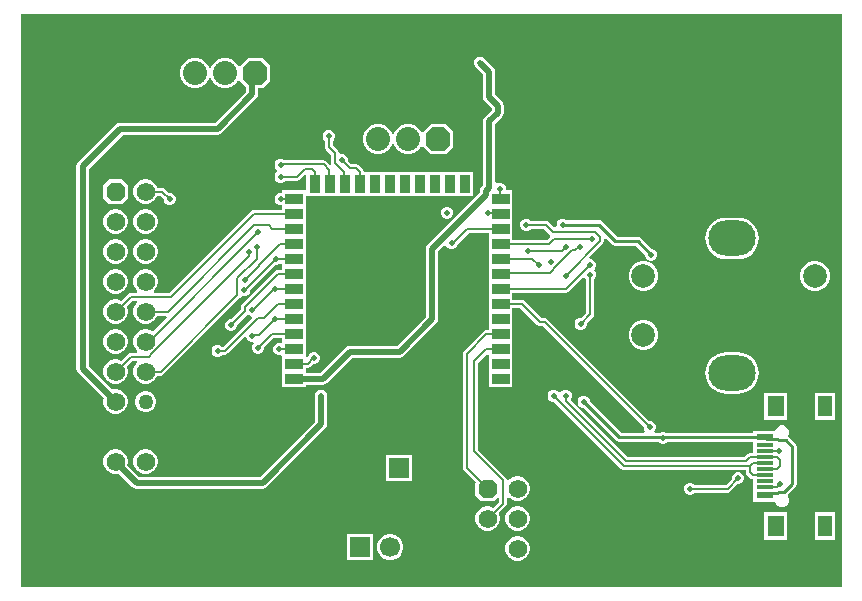
<source format=gbl>
G04*
G04 #@! TF.GenerationSoftware,Altium Limited,Altium Designer,24.3.1 (35)*
G04*
G04 Layer_Physical_Order=2*
G04 Layer_Color=16711680*
%FSLAX44Y44*%
%MOMM*%
G71*
G04*
G04 #@! TF.SameCoordinates,F933E494-0B61-492B-8715-CC6E50B89988*
G04*
G04*
G04 #@! TF.FilePolarity,Positive*
G04*
G01*
G75*
%ADD17C,0.1524*%
%ADD58C,0.5080*%
%ADD59C,0.2540*%
G04:AMPARAMS|DCode=60|XSize=2.032mm|YSize=2.032mm|CornerRadius=0mm|HoleSize=0mm|Usage=FLASHONLY|Rotation=180.000|XOffset=0mm|YOffset=0mm|HoleType=Round|Shape=Octagon|*
%AMOCTAGOND60*
4,1,8,-1.0160,0.5080,-1.0160,-0.5080,-0.5080,-1.0160,0.5080,-1.0160,1.0160,-0.5080,1.0160,0.5080,0.5080,1.0160,-0.5080,1.0160,-1.0160,0.5080,0.0*
%
%ADD60OCTAGOND60*%

%ADD61C,2.0320*%
%ADD62C,1.5748*%
%ADD63C,1.2700*%
G04:AMPARAMS|DCode=64|XSize=1.5748mm|YSize=1.5748mm|CornerRadius=0mm|HoleSize=0mm|Usage=FLASHONLY|Rotation=270.000|XOffset=0mm|YOffset=0mm|HoleType=Round|Shape=Octagon|*
%AMOCTAGOND64*
4,1,8,-0.3937,-0.7874,0.3937,-0.7874,0.7874,-0.3937,0.7874,0.3937,0.3937,0.7874,-0.3937,0.7874,-0.7874,0.3937,-0.7874,-0.3937,-0.3937,-0.7874,0.0*
%
%ADD64OCTAGOND64*%

%ADD65O,4.0000X3.0000*%
%ADD66C,2.0000*%
%ADD67C,4.0640*%
%ADD68C,1.7000*%
%ADD69R,1.7000X1.7000*%
%ADD70C,3.2000*%
%ADD71C,5.0000*%
%ADD72C,0.5080*%
%ADD73C,0.4572*%
%ADD74R,1.4500X0.6000*%
%ADD75R,1.4500X0.3000*%
%ADD76R,1.4500X1.8000*%
%ADD77R,1.2000X1.8000*%
%ADD78R,0.9000X0.9000*%
%ADD79R,1.5000X0.9000*%
%ADD80R,0.9000X1.5000*%
G36*
X669733Y-25843D02*
X-25843D01*
Y458913D01*
X669733D01*
X669733Y-25843D01*
D02*
G37*
%LPC*%
G36*
X179070Y421640D02*
X166370D01*
X160020Y415290D01*
X158496Y414983D01*
X157483Y416738D01*
X155118Y419103D01*
X152222Y420774D01*
X148992Y421640D01*
X145648D01*
X142418Y420774D01*
X139522Y419103D01*
X137157Y416738D01*
X135485Y413842D01*
X135382Y413456D01*
X133858D01*
X133755Y413842D01*
X132083Y416738D01*
X129718Y419103D01*
X126822Y420774D01*
X123592Y421640D01*
X120248D01*
X117018Y420774D01*
X114122Y419103D01*
X111757Y416738D01*
X110085Y413842D01*
X109220Y410612D01*
Y407268D01*
X110085Y404038D01*
X111757Y401142D01*
X114122Y398778D01*
X117018Y397105D01*
X120248Y396240D01*
X123592D01*
X126822Y397105D01*
X129718Y398778D01*
X132083Y401142D01*
X133755Y404038D01*
X133858Y404424D01*
X135382D01*
X135485Y404038D01*
X137157Y401142D01*
X139522Y398778D01*
X142418Y397105D01*
X145648Y396240D01*
X148992D01*
X152222Y397105D01*
X155118Y398778D01*
X157483Y401142D01*
X158496Y402897D01*
X160020Y402590D01*
X165000Y397609D01*
Y393305D01*
X138825Y367130D01*
X58420D01*
X56438Y366735D01*
X54757Y365612D01*
X23008Y333862D01*
X21885Y332182D01*
X21490Y330200D01*
Y158750D01*
X21885Y156768D01*
X23008Y155087D01*
X44559Y133536D01*
X44196Y132181D01*
Y129439D01*
X44906Y126790D01*
X46277Y124416D01*
X48216Y122477D01*
X50590Y121106D01*
X53239Y120396D01*
X55981D01*
X58630Y121106D01*
X61004Y122477D01*
X62943Y124416D01*
X64314Y126790D01*
X65024Y129439D01*
Y132181D01*
X64314Y134830D01*
X62943Y137204D01*
X61004Y139143D01*
X58630Y140514D01*
X55981Y141224D01*
X53239D01*
X51884Y140861D01*
X31850Y160895D01*
Y328055D01*
X60565Y356771D01*
X140970D01*
X142952Y357165D01*
X144633Y358288D01*
X173843Y387497D01*
X174965Y389178D01*
X175359Y391160D01*
X175359Y391160D01*
Y396240D01*
X179070D01*
X185420Y402590D01*
Y415290D01*
X179070Y421640D01*
D02*
G37*
G36*
X334010Y365760D02*
X321310D01*
X314960Y359410D01*
X313436Y359103D01*
X312423Y360858D01*
X310058Y363223D01*
X307162Y364894D01*
X303932Y365760D01*
X300588D01*
X297358Y364894D01*
X294462Y363223D01*
X292097Y360858D01*
X290425Y357962D01*
X290322Y357576D01*
X288798D01*
X288694Y357962D01*
X287022Y360858D01*
X284658Y363223D01*
X281762Y364894D01*
X278532Y365760D01*
X275188D01*
X271958Y364894D01*
X269062Y363223D01*
X266698Y360858D01*
X265026Y357962D01*
X264160Y354732D01*
Y351388D01*
X265026Y348158D01*
X266698Y345262D01*
X269062Y342897D01*
X271958Y341226D01*
X275188Y340360D01*
X278532D01*
X281762Y341226D01*
X284658Y342897D01*
X287022Y345262D01*
X288694Y348158D01*
X288798Y348544D01*
X290322D01*
X290425Y348158D01*
X292097Y345262D01*
X294462Y342897D01*
X297358Y341226D01*
X300588Y340360D01*
X303932D01*
X307162Y341226D01*
X310058Y342897D01*
X312423Y345262D01*
X313436Y347017D01*
X314960Y346710D01*
X321310Y340360D01*
X334010D01*
X340360Y346710D01*
Y359410D01*
X334010Y365760D01*
D02*
G37*
G36*
X59817Y319024D02*
X49403D01*
X44196Y313817D01*
Y303403D01*
X49403Y298196D01*
X59817D01*
X65024Y303403D01*
Y313817D01*
X59817Y319024D01*
D02*
G37*
G36*
X81381D02*
X78639D01*
X75990Y318314D01*
X73616Y316943D01*
X71677Y315004D01*
X70306Y312630D01*
X69596Y309981D01*
Y307239D01*
X70306Y304590D01*
X71677Y302216D01*
X73616Y300277D01*
X75990Y298906D01*
X78639Y298196D01*
X81381D01*
X84030Y298906D01*
X86404Y300277D01*
X88343Y302216D01*
X89714Y304590D01*
X89889Y305243D01*
X92585D01*
X95250Y302579D01*
Y301250D01*
X96023Y299382D01*
X97452Y297953D01*
X99319Y297180D01*
X101341D01*
X103208Y297953D01*
X104637Y299382D01*
X105410Y301250D01*
Y303270D01*
X104637Y305138D01*
X103208Y306567D01*
X101341Y307340D01*
X100011D01*
X96361Y310991D01*
X95268Y311720D01*
X93980Y311977D01*
X89889D01*
X89714Y312630D01*
X88343Y315004D01*
X86404Y316943D01*
X84030Y318314D01*
X81381Y319024D01*
D02*
G37*
G36*
X336291Y295910D02*
X334269D01*
X332402Y295137D01*
X330973Y293708D01*
X330200Y291840D01*
Y289820D01*
X330973Y287952D01*
X332402Y286523D01*
X334269Y285750D01*
X336291D01*
X338158Y286523D01*
X339587Y287952D01*
X340360Y289820D01*
Y291840D01*
X339587Y293708D01*
X338158Y295137D01*
X336291Y295910D01*
D02*
G37*
G36*
X81381Y293624D02*
X78639D01*
X75990Y292914D01*
X73616Y291543D01*
X71677Y289604D01*
X70306Y287230D01*
X69596Y284581D01*
Y281839D01*
X70306Y279190D01*
X71677Y276816D01*
X73616Y274877D01*
X75990Y273506D01*
X78639Y272796D01*
X81381D01*
X84030Y273506D01*
X86404Y274877D01*
X88343Y276816D01*
X89714Y279190D01*
X90424Y281839D01*
Y284581D01*
X89714Y287230D01*
X88343Y289604D01*
X86404Y291543D01*
X84030Y292914D01*
X81381Y293624D01*
D02*
G37*
G36*
X55981D02*
X53239D01*
X50590Y292914D01*
X48216Y291543D01*
X46277Y289604D01*
X44906Y287230D01*
X44196Y284581D01*
Y281839D01*
X44906Y279190D01*
X46277Y276816D01*
X48216Y274877D01*
X50590Y273506D01*
X53239Y272796D01*
X55981D01*
X58630Y273506D01*
X61004Y274877D01*
X62943Y276816D01*
X64314Y279190D01*
X65024Y281839D01*
Y284581D01*
X64314Y287230D01*
X62943Y289604D01*
X61004Y291543D01*
X58630Y292914D01*
X55981Y293624D01*
D02*
G37*
G36*
X581580Y286715D02*
X571580D01*
X568142Y286376D01*
X564835Y285373D01*
X561788Y283745D01*
X559117Y281553D01*
X556926Y278882D01*
X555297Y275835D01*
X554294Y272528D01*
X553955Y269090D01*
X554294Y265651D01*
X555297Y262345D01*
X556926Y259298D01*
X559117Y256627D01*
X561788Y254436D01*
X564835Y252807D01*
X568142Y251804D01*
X571580Y251465D01*
X581580D01*
X585018Y251804D01*
X588325Y252807D01*
X591372Y254436D01*
X594043Y256627D01*
X596235Y259298D01*
X597863Y262345D01*
X598866Y265651D01*
X599205Y269090D01*
X598866Y272528D01*
X597863Y275835D01*
X596235Y278882D01*
X594043Y281553D01*
X591372Y283745D01*
X588325Y285373D01*
X585018Y286376D01*
X581580Y286715D01*
D02*
G37*
G36*
X81381Y268224D02*
X78639D01*
X75990Y267514D01*
X73616Y266143D01*
X71677Y264204D01*
X70306Y261830D01*
X69596Y259181D01*
Y256439D01*
X70306Y253790D01*
X71677Y251416D01*
X73616Y249477D01*
X75990Y248106D01*
X78639Y247396D01*
X81381D01*
X84030Y248106D01*
X86404Y249477D01*
X88343Y251416D01*
X89714Y253790D01*
X90424Y256439D01*
Y259181D01*
X89714Y261830D01*
X88343Y264204D01*
X86404Y266143D01*
X84030Y267514D01*
X81381Y268224D01*
D02*
G37*
G36*
X55981D02*
X53239D01*
X50590Y267514D01*
X48216Y266143D01*
X46277Y264204D01*
X44906Y261830D01*
X44196Y259181D01*
Y256439D01*
X44906Y253790D01*
X46277Y251416D01*
X48216Y249477D01*
X50590Y248106D01*
X53239Y247396D01*
X55981D01*
X58630Y248106D01*
X61004Y249477D01*
X62943Y251416D01*
X64314Y253790D01*
X65024Y256439D01*
Y259181D01*
X64314Y261830D01*
X62943Y264204D01*
X61004Y266143D01*
X58630Y267514D01*
X55981Y268224D01*
D02*
G37*
G36*
X648231Y249630D02*
X644929D01*
X641740Y248775D01*
X638880Y247125D01*
X636545Y244790D01*
X634895Y241930D01*
X634040Y238741D01*
Y235439D01*
X634895Y232250D01*
X636545Y229390D01*
X638880Y227055D01*
X641740Y225405D01*
X644929Y224550D01*
X648231D01*
X651420Y225405D01*
X654280Y227055D01*
X656615Y229390D01*
X658265Y232250D01*
X659120Y235439D01*
Y238741D01*
X658265Y241930D01*
X656615Y244790D01*
X654280Y247125D01*
X651420Y248775D01*
X648231Y249630D01*
D02*
G37*
G36*
X503231D02*
X499929D01*
X496740Y248775D01*
X493880Y247125D01*
X491545Y244790D01*
X489895Y241930D01*
X489040Y238741D01*
Y235439D01*
X489895Y232250D01*
X491545Y229390D01*
X493880Y227055D01*
X496740Y225405D01*
X499929Y224550D01*
X503231D01*
X506420Y225405D01*
X509280Y227055D01*
X511614Y229390D01*
X513265Y232250D01*
X514120Y235439D01*
Y238741D01*
X513265Y241930D01*
X511614Y244790D01*
X509280Y247125D01*
X506420Y248775D01*
X503231Y249630D01*
D02*
G37*
G36*
X55981Y242824D02*
X53239D01*
X50590Y242114D01*
X48216Y240743D01*
X46277Y238804D01*
X44906Y236430D01*
X44196Y233781D01*
Y231039D01*
X44906Y228390D01*
X46277Y226016D01*
X48216Y224077D01*
X50590Y222706D01*
X53239Y221996D01*
X55981D01*
X58630Y222706D01*
X61004Y224077D01*
X62943Y226016D01*
X64314Y228390D01*
X65024Y231039D01*
Y233781D01*
X64314Y236430D01*
X62943Y238804D01*
X61004Y240743D01*
X58630Y242114D01*
X55981Y242824D01*
D02*
G37*
G36*
X503231Y199630D02*
X499929D01*
X496740Y198775D01*
X493880Y197125D01*
X491545Y194790D01*
X489895Y191930D01*
X489040Y188741D01*
Y185439D01*
X489895Y182250D01*
X491545Y179390D01*
X493880Y177055D01*
X496740Y175405D01*
X499929Y174550D01*
X503231D01*
X506420Y175405D01*
X509280Y177055D01*
X511614Y179390D01*
X513265Y182250D01*
X514120Y185439D01*
Y188741D01*
X513265Y191930D01*
X511614Y194790D01*
X509280Y197125D01*
X506420Y198775D01*
X503231Y199630D01*
D02*
G37*
G36*
X55981Y192024D02*
X53239D01*
X50590Y191314D01*
X48216Y189943D01*
X46277Y188004D01*
X44906Y185630D01*
X44196Y182981D01*
Y180239D01*
X44906Y177590D01*
X46277Y175216D01*
X48216Y173277D01*
X50590Y171906D01*
X53239Y171196D01*
X55981D01*
X58630Y171906D01*
X61004Y173277D01*
X62943Y175216D01*
X64314Y177590D01*
X65024Y180239D01*
Y182981D01*
X64314Y185630D01*
X62943Y188004D01*
X61004Y189943D01*
X58630Y191314D01*
X55981Y192024D01*
D02*
G37*
G36*
X363220Y423009D02*
X362720Y422910D01*
X362210D01*
X361738Y422715D01*
X361238Y422615D01*
X360814Y422332D01*
X360342Y422137D01*
X359982Y421776D01*
X359557Y421493D01*
X359274Y421068D01*
X358913Y420708D01*
X358718Y420236D01*
X358435Y419812D01*
X358335Y419312D01*
X358140Y418840D01*
Y418330D01*
X358041Y417830D01*
X358140Y417330D01*
Y416819D01*
X358335Y416348D01*
X358435Y415848D01*
X358718Y415424D01*
X358913Y414952D01*
X359274Y414592D01*
X359557Y414168D01*
X365661Y408065D01*
Y388877D01*
X366055Y386895D01*
X367178Y385215D01*
X373027Y379366D01*
Y377554D01*
X367178Y371705D01*
X366055Y370025D01*
X365661Y368043D01*
Y314130D01*
X364357Y312827D01*
X363235Y311146D01*
X362840Y309164D01*
Y307935D01*
X318918Y264013D01*
X317795Y262332D01*
X317400Y260350D01*
Y202805D01*
X292862Y178267D01*
X253098D01*
X251116Y177873D01*
X249435Y176750D01*
X228025Y155339D01*
X215640D01*
Y159493D01*
X217470D01*
X218758Y159750D01*
X219851Y160479D01*
X221821Y162449D01*
X223444D01*
X225312Y163223D01*
X226741Y164652D01*
X227514Y166519D01*
Y168540D01*
X226741Y170407D01*
X225312Y171836D01*
X223444Y172610D01*
X221424D01*
X219557Y171836D01*
X218127Y170407D01*
X217476Y168835D01*
X217164Y168567D01*
X216414Y168766D01*
X215640Y169450D01*
Y181220D01*
Y193920D01*
Y206620D01*
Y219320D01*
Y232020D01*
Y244720D01*
Y257420D01*
Y270120D01*
Y282820D01*
Y295520D01*
Y303732D01*
X216210Y305020D01*
X217164Y305020D01*
X357290D01*
Y325100D01*
X264717D01*
Y325390D01*
X264460Y326678D01*
X263731Y327771D01*
X260191Y331311D01*
X259098Y332040D01*
X257810Y332297D01*
X254125D01*
X251460Y334961D01*
Y336291D01*
X250687Y338158D01*
X249258Y339587D01*
X247390Y340360D01*
X245369D01*
X245207Y340293D01*
X243824Y341369D01*
X243648Y342250D01*
X242919Y343342D01*
X238317Y347944D01*
Y351782D01*
X239257Y352722D01*
X240030Y354590D01*
Y356610D01*
X239257Y358478D01*
X237828Y359907D01*
X235961Y360680D01*
X233939D01*
X232072Y359907D01*
X230643Y358478D01*
X229870Y356610D01*
Y354590D01*
X230643Y352722D01*
X231583Y351782D01*
Y346550D01*
X231840Y345261D01*
X232569Y344169D01*
X237171Y339567D01*
Y332860D01*
X237297Y332230D01*
X235892Y331479D01*
X233267Y334105D01*
X232174Y334834D01*
X230886Y335091D01*
X197873D01*
X197188Y335777D01*
X195320Y336550D01*
X193300D01*
X191432Y335777D01*
X190003Y334348D01*
X189230Y332481D01*
Y330460D01*
X190003Y328592D01*
X191432Y327163D01*
X191460Y327152D01*
Y325628D01*
X191432Y325617D01*
X190003Y324188D01*
X189230Y322321D01*
Y320299D01*
X190003Y318432D01*
X191432Y317003D01*
X193300Y316230D01*
X195320D01*
X197188Y317003D01*
X198127Y317943D01*
X208280D01*
X209568Y318200D01*
X210661Y318929D01*
X214686Y322955D01*
X216210Y322323D01*
Y310888D01*
X215640Y309600D01*
X214686Y309600D01*
X195560D01*
Y307500D01*
X195320Y307340D01*
X193300D01*
X191432Y306567D01*
X190003Y305138D01*
X189230Y303270D01*
Y301250D01*
X190003Y299382D01*
X191432Y297953D01*
X193300Y297180D01*
X195320D01*
X195560Y297020D01*
Y293227D01*
X171750D01*
X170462Y292970D01*
X169369Y292241D01*
X100205Y223077D01*
X87560D01*
X86928Y224601D01*
X88343Y226016D01*
X89714Y228390D01*
X90424Y231039D01*
Y233781D01*
X89714Y236430D01*
X88343Y238804D01*
X86404Y240743D01*
X84030Y242114D01*
X81381Y242824D01*
X78639D01*
X75990Y242114D01*
X73616Y240743D01*
X71677Y238804D01*
X70306Y236430D01*
X69596Y233781D01*
Y231039D01*
X70306Y228390D01*
X71677Y226016D01*
X73092Y224601D01*
X72460Y223077D01*
X67310D01*
X66022Y222820D01*
X64929Y222091D01*
X59215Y216376D01*
X58630Y216714D01*
X55981Y217424D01*
X53239D01*
X50590Y216714D01*
X48216Y215343D01*
X46277Y213404D01*
X44906Y211030D01*
X44196Y208381D01*
Y205639D01*
X44906Y202990D01*
X46277Y200616D01*
X48216Y198677D01*
X50590Y197306D01*
X53239Y196596D01*
X55981D01*
X58630Y197306D01*
X61004Y198677D01*
X62943Y200616D01*
X64314Y202990D01*
X65024Y205639D01*
Y208381D01*
X64314Y211030D01*
X63976Y211615D01*
X68705Y216343D01*
X72460D01*
X73092Y214819D01*
X71677Y213404D01*
X70306Y211030D01*
X69596Y208381D01*
Y205639D01*
X70306Y202990D01*
X71677Y200616D01*
X73616Y198677D01*
X75990Y197306D01*
X78639Y196596D01*
X81381D01*
X84030Y197306D01*
X86404Y198677D01*
X88343Y200616D01*
X89714Y202990D01*
X89889Y203643D01*
X97667D01*
X98298Y202119D01*
X86225Y190047D01*
X84030Y191314D01*
X81381Y192024D01*
X78639D01*
X75990Y191314D01*
X73616Y189943D01*
X71677Y188004D01*
X70306Y185630D01*
X69596Y182981D01*
Y180239D01*
X70306Y177590D01*
X71677Y175216D01*
X73092Y173801D01*
X72460Y172277D01*
X67310D01*
X66022Y172020D01*
X64929Y171291D01*
X59215Y165576D01*
X58630Y165914D01*
X55981Y166624D01*
X53239D01*
X50590Y165914D01*
X48216Y164543D01*
X46277Y162604D01*
X44906Y160230D01*
X44196Y157581D01*
Y154839D01*
X44906Y152190D01*
X46277Y149816D01*
X48216Y147877D01*
X50590Y146506D01*
X53239Y145796D01*
X55981D01*
X58630Y146506D01*
X61004Y147877D01*
X62943Y149816D01*
X64314Y152190D01*
X65024Y154839D01*
Y157581D01*
X64314Y160230D01*
X63976Y160815D01*
X68705Y165543D01*
X72460D01*
X73092Y164019D01*
X71677Y162604D01*
X70306Y160230D01*
X69596Y157581D01*
Y154839D01*
X70306Y152190D01*
X71677Y149816D01*
X73616Y147877D01*
X75990Y146506D01*
X78639Y145796D01*
X81381D01*
X84030Y146506D01*
X86404Y147877D01*
X88343Y149816D01*
X89714Y152190D01*
X89889Y152843D01*
X92710D01*
X93998Y153100D01*
X95091Y153829D01*
X159861Y218599D01*
X160463Y219501D01*
X160590Y219692D01*
X162261Y220280D01*
X162694Y220101D01*
X164714D01*
X166581Y220875D01*
X168011Y222304D01*
X168784Y224171D01*
Y225241D01*
X189923Y246380D01*
X191511D01*
X193378Y247153D01*
X194036Y247812D01*
X195560Y247414D01*
Y242427D01*
X192070D01*
X190782Y242170D01*
X189689Y241441D01*
X161957Y213709D01*
X161228Y212616D01*
X160971Y211328D01*
Y208913D01*
X152719Y200660D01*
X151390D01*
X149522Y199887D01*
X148093Y198458D01*
X147320Y196590D01*
Y194569D01*
X148093Y192702D01*
X149522Y191273D01*
X151390Y190500D01*
X153411D01*
X155278Y191273D01*
X156707Y192702D01*
X157480Y194569D01*
Y195899D01*
X166429Y204847D01*
X167302Y203973D01*
X169170Y203200D01*
X169460D01*
X170091Y201676D01*
X145772Y177357D01*
X144788D01*
X143848Y178297D01*
X141980Y179070D01*
X139959D01*
X138092Y178297D01*
X136663Y176868D01*
X135890Y175000D01*
Y172980D01*
X136663Y171112D01*
X138092Y169683D01*
X139959Y168910D01*
X141980D01*
X143848Y169683D01*
X144788Y170623D01*
X147166D01*
X148455Y170880D01*
X149547Y171609D01*
X163692Y185755D01*
X165297Y185204D01*
X165873Y183812D01*
X167302Y182383D01*
X169170Y181610D01*
X171000D01*
X171387Y181113D01*
X171748Y180202D01*
X170953Y179408D01*
X170180Y177540D01*
Y175520D01*
X170953Y173652D01*
X172382Y172223D01*
X174249Y171450D01*
X176271D01*
X178138Y172223D01*
X179567Y173652D01*
X180340Y175520D01*
Y176849D01*
X188085Y184593D01*
X195560D01*
Y181364D01*
X194921Y180659D01*
X194293Y180240D01*
X194051Y180340D01*
X192029D01*
X190162Y179567D01*
X188733Y178138D01*
X187960Y176271D01*
Y174249D01*
X188733Y172382D01*
X190162Y170953D01*
X192029Y170180D01*
X194051D01*
X194293Y170280D01*
X195560Y169434D01*
Y155820D01*
Y143120D01*
X215640D01*
Y144980D01*
X230170D01*
X232152Y145375D01*
X233832Y146497D01*
X255243Y167908D01*
X295008D01*
X296990Y168303D01*
X298670Y169425D01*
X326242Y196998D01*
X327365Y198678D01*
X327760Y200660D01*
Y258205D01*
X332833Y263278D01*
X334631Y262921D01*
X334783Y262552D01*
X336212Y261123D01*
X338079Y260350D01*
X340101D01*
X341968Y261123D01*
X343397Y262552D01*
X344170Y264419D01*
Y264479D01*
X353484Y273793D01*
X370560D01*
Y270120D01*
Y257420D01*
Y244720D01*
Y232020D01*
Y219320D01*
Y206620D01*
Y191627D01*
X368600D01*
X367312Y191370D01*
X366219Y190641D01*
X349409Y173831D01*
X348680Y172738D01*
X348423Y171450D01*
Y74930D01*
X348680Y73642D01*
X349409Y72549D01*
X359379Y62580D01*
X359156Y62357D01*
Y51943D01*
X364363Y46736D01*
X374777D01*
X377495Y49454D01*
X378903Y48871D01*
Y45844D01*
X374175Y41116D01*
X373590Y41454D01*
X370941Y42164D01*
X368199D01*
X365550Y41454D01*
X363176Y40083D01*
X361237Y38144D01*
X359866Y35770D01*
X359156Y33121D01*
Y30379D01*
X359866Y27730D01*
X361237Y25356D01*
X363176Y23417D01*
X365550Y22046D01*
X368199Y21336D01*
X370941D01*
X373590Y22046D01*
X375964Y23417D01*
X377903Y25356D01*
X379274Y27730D01*
X379984Y30379D01*
Y33121D01*
X379274Y35770D01*
X378936Y36355D01*
X384651Y42069D01*
X385380Y43162D01*
X385637Y44450D01*
Y49600D01*
X387161Y50232D01*
X388576Y48817D01*
X390950Y47446D01*
X393599Y46736D01*
X396341D01*
X398990Y47446D01*
X401364Y48817D01*
X403303Y50756D01*
X404674Y53130D01*
X405384Y55779D01*
Y58521D01*
X404674Y61170D01*
X403303Y63544D01*
X401364Y65483D01*
X398990Y66854D01*
X396341Y67564D01*
X393599D01*
X390950Y66854D01*
X388576Y65483D01*
X387161Y64068D01*
X385637Y64700D01*
Y64770D01*
X385380Y66058D01*
X384651Y67151D01*
X361507Y90295D01*
Y163706D01*
X369036Y171235D01*
X370560Y170604D01*
Y155820D01*
Y143120D01*
X390640D01*
Y155820D01*
Y168520D01*
Y181220D01*
Y193920D01*
Y206620D01*
Y210293D01*
X397085D01*
X411639Y195739D01*
X412732Y195010D01*
X414020Y194753D01*
X416436D01*
X501650Y109539D01*
Y108209D01*
X502423Y106342D01*
X502657Y106109D01*
X502026Y104585D01*
X482569D01*
X455930Y131224D01*
Y131820D01*
X455157Y133688D01*
X453728Y135117D01*
X451861Y135890D01*
X449840D01*
X447972Y135117D01*
X446543Y133688D01*
X445770Y131820D01*
Y129799D01*
X446543Y127932D01*
X447972Y126503D01*
X449840Y125730D01*
X450436D01*
X478213Y97953D01*
X479473Y97111D01*
X480960Y96815D01*
X514490D01*
X515282Y96023D01*
X517150Y95250D01*
X519170D01*
X521038Y96023D01*
X521830Y96815D01*
X594580D01*
Y87067D01*
X591700D01*
X590412Y86810D01*
X589319Y86081D01*
X586870Y83631D01*
X488218D01*
X439376Y132472D01*
X439917Y133012D01*
X440690Y134880D01*
Y136901D01*
X439917Y138768D01*
X438488Y140197D01*
X436620Y140970D01*
X434599D01*
X432732Y140197D01*
X431303Y138768D01*
X431292Y138740D01*
X429768D01*
X429757Y138768D01*
X428328Y140197D01*
X426460Y140970D01*
X424440D01*
X422572Y140197D01*
X421143Y138768D01*
X420370Y136901D01*
Y134880D01*
X421143Y133012D01*
X422572Y131583D01*
X424440Y130810D01*
X425769D01*
X482759Y73819D01*
X483852Y73090D01*
X485140Y72833D01*
X588453D01*
Y71120D01*
X588710Y69832D01*
X589439Y68739D01*
X591859Y66319D01*
X592952Y65590D01*
X594240Y65333D01*
X594580D01*
Y54660D01*
Y46160D01*
X613078D01*
X613177Y45662D01*
X613672Y44468D01*
X614234Y43628D01*
X615148Y42713D01*
X615988Y42152D01*
X615988Y42152D01*
X617183Y41657D01*
X618173Y41460D01*
X619467D01*
X620457Y41657D01*
X621652Y42152D01*
X622492Y42713D01*
X623406Y43628D01*
X623406Y43628D01*
X623968Y44468D01*
X624463Y45662D01*
X624660Y46653D01*
Y47947D01*
X624463Y48938D01*
X623968Y50132D01*
X623527Y51613D01*
X630127Y58213D01*
X630969Y59473D01*
X631265Y60960D01*
Y92710D01*
X630969Y94197D01*
X630127Y95457D01*
X624797Y100787D01*
X623540Y101627D01*
X623968Y102268D01*
X624463Y103462D01*
X624660Y104453D01*
Y105746D01*
X624463Y106737D01*
X623968Y107932D01*
X623406Y108772D01*
X622492Y109686D01*
X622492Y109686D01*
X621652Y110248D01*
X620457Y110743D01*
X619467Y110940D01*
X618173D01*
X617182Y110743D01*
X615988Y110248D01*
X615148Y109686D01*
X614234Y108772D01*
X613672Y107932D01*
X613672Y107932D01*
X613177Y106737D01*
X613078Y106240D01*
X594580D01*
Y104585D01*
X521090D01*
X521038Y104637D01*
X519170Y105410D01*
X517150D01*
X515282Y104637D01*
X515230Y104585D01*
X511434D01*
X510803Y106109D01*
X511037Y106342D01*
X511810Y108209D01*
Y110231D01*
X511037Y112098D01*
X509608Y113527D01*
X507741Y114300D01*
X506411D01*
X420211Y200501D01*
X419118Y201230D01*
X417830Y201487D01*
X415415D01*
X400861Y216041D01*
X399768Y216770D01*
X398480Y217027D01*
X390640D01*
Y222993D01*
X435910D01*
X437198Y223250D01*
X438291Y223979D01*
X450368Y236056D01*
X451862Y235759D01*
X451944Y235562D01*
X452884Y234622D01*
Y206185D01*
X448629Y201930D01*
X447299D01*
X445432Y201157D01*
X444003Y199728D01*
X443230Y197861D01*
Y195840D01*
X444003Y193972D01*
X445432Y192543D01*
X447299Y191770D01*
X449320D01*
X451188Y192543D01*
X452617Y193972D01*
X453390Y195840D01*
Y197169D01*
X458632Y202410D01*
X459361Y203503D01*
X459618Y204791D01*
Y234622D01*
X460558Y235562D01*
X461331Y237429D01*
Y239450D01*
X460558Y241317D01*
X459304Y242570D01*
X460237Y243502D01*
X461010Y245369D01*
Y247390D01*
X460237Y249258D01*
X458808Y250687D01*
X456940Y251460D01*
X456497D01*
X455865Y252984D01*
X466957Y264076D01*
X467687Y265168D01*
X467943Y266457D01*
Y268628D01*
X469467Y269259D01*
X474773Y263953D01*
X476033Y263111D01*
X477520Y262815D01*
X494961D01*
X502920Y254856D01*
Y254259D01*
X503693Y252392D01*
X505122Y250963D01*
X506990Y250190D01*
X509011D01*
X510878Y250963D01*
X512307Y252392D01*
X513080Y254259D01*
Y256280D01*
X512307Y258148D01*
X510878Y259577D01*
X509011Y260350D01*
X508414D01*
X499317Y269447D01*
X498057Y270289D01*
X496570Y270585D01*
X479129D01*
X466297Y283417D01*
X465037Y284259D01*
X463550Y284555D01*
X436370D01*
X435948Y284977D01*
X434081Y285750D01*
X432060D01*
X430192Y284977D01*
X428763Y283548D01*
X427990Y281681D01*
Y279660D01*
X426926Y278470D01*
X425860Y278381D01*
X421314Y282927D01*
X420222Y283656D01*
X418933Y283913D01*
X406258D01*
X405318Y284853D01*
X403451Y285626D01*
X401430D01*
X399563Y284853D01*
X398134Y283424D01*
X397360Y281556D01*
Y279536D01*
X398134Y277668D01*
X399563Y276239D01*
X401430Y275466D01*
X403451D01*
X405318Y276239D01*
X406258Y277179D01*
X417539D01*
X422779Y271939D01*
X422807Y270088D01*
X420546Y267827D01*
X390640D01*
Y282820D01*
Y295520D01*
Y309600D01*
X385171D01*
X384810Y310140D01*
Y312160D01*
X384037Y314028D01*
X382608Y315457D01*
X380741Y316230D01*
X378719D01*
X377543Y315743D01*
X376020Y316615D01*
Y365897D01*
X381869Y371746D01*
X382991Y373427D01*
X383386Y375409D01*
Y381511D01*
X382991Y383493D01*
X381869Y385174D01*
X376020Y391022D01*
Y410210D01*
X375625Y412192D01*
X374502Y413872D01*
X366883Y421493D01*
X366458Y421776D01*
X366098Y422137D01*
X365626Y422332D01*
X365202Y422615D01*
X364702Y422715D01*
X364230Y422910D01*
X363720D01*
X363220Y423009D01*
D02*
G37*
G36*
X581580Y172715D02*
X571580D01*
X568142Y172376D01*
X564835Y171373D01*
X561788Y169744D01*
X559117Y167553D01*
X556926Y164882D01*
X555297Y161835D01*
X554294Y158528D01*
X553955Y155090D01*
X554294Y151652D01*
X555297Y148345D01*
X556926Y145298D01*
X559117Y142627D01*
X561788Y140435D01*
X564835Y138807D01*
X568142Y137804D01*
X571580Y137465D01*
X581580D01*
X585018Y137804D01*
X588325Y138807D01*
X591372Y140435D01*
X594043Y142627D01*
X596235Y145298D01*
X597863Y148345D01*
X598866Y151652D01*
X599205Y155090D01*
X598866Y158528D01*
X597863Y161835D01*
X596235Y164882D01*
X594043Y167553D01*
X591372Y169744D01*
X588325Y171373D01*
X585018Y172376D01*
X581580Y172715D01*
D02*
G37*
G36*
X81180Y139700D02*
X78840D01*
X76579Y139094D01*
X74551Y137924D01*
X72896Y136269D01*
X71726Y134241D01*
X71120Y131980D01*
Y129640D01*
X71726Y127379D01*
X72896Y125351D01*
X74551Y123696D01*
X76579Y122526D01*
X78840Y121920D01*
X81180D01*
X83441Y122526D01*
X85469Y123696D01*
X87124Y125351D01*
X88294Y127379D01*
X88900Y129640D01*
Y131980D01*
X88294Y134241D01*
X87124Y136269D01*
X85469Y137924D01*
X83441Y139094D01*
X81180Y139700D01*
D02*
G37*
G36*
X663860Y138440D02*
X646780D01*
Y115360D01*
X663860D01*
Y138440D01*
D02*
G37*
G36*
X623310D02*
X603730D01*
Y115360D01*
X623310D01*
Y138440D01*
D02*
G37*
G36*
X81381Y90424D02*
X78639D01*
X75990Y89714D01*
X73616Y88343D01*
X71677Y86404D01*
X70306Y84030D01*
X69596Y81381D01*
Y78639D01*
X70306Y75990D01*
X71677Y73616D01*
X73616Y71677D01*
X75990Y70306D01*
X78639Y69596D01*
X81381D01*
X84030Y70306D01*
X86404Y71677D01*
X88343Y73616D01*
X89714Y75990D01*
X90424Y78639D01*
Y81381D01*
X89714Y84030D01*
X88343Y86404D01*
X86404Y88343D01*
X84030Y89714D01*
X81381Y90424D01*
D02*
G37*
G36*
X228600Y141069D02*
X228100Y140970D01*
X227589D01*
X227118Y140775D01*
X226618Y140675D01*
X226194Y140392D01*
X225722Y140197D01*
X225362Y139836D01*
X224937Y139552D01*
X224654Y139128D01*
X224293Y138768D01*
X224098Y138296D01*
X223815Y137872D01*
X223715Y137372D01*
X223520Y136901D01*
Y136390D01*
X223421Y135890D01*
Y113905D01*
X176925Y67410D01*
X74535D01*
X64661Y77284D01*
X65024Y78639D01*
Y81381D01*
X64314Y84030D01*
X62943Y86404D01*
X61004Y88343D01*
X58630Y89714D01*
X55981Y90424D01*
X53239D01*
X50590Y89714D01*
X48216Y88343D01*
X46277Y86404D01*
X44906Y84030D01*
X44196Y81381D01*
Y78639D01*
X44906Y75990D01*
X46277Y73616D01*
X48216Y71677D01*
X50590Y70306D01*
X53239Y69596D01*
X55981D01*
X57336Y69959D01*
X68727Y58568D01*
X68727Y58568D01*
X70408Y57445D01*
X72390Y57050D01*
X179070D01*
X181052Y57445D01*
X182733Y58568D01*
X232262Y108097D01*
X232262Y108097D01*
X233385Y109778D01*
X233780Y111760D01*
Y135890D01*
X233680Y136390D01*
Y136901D01*
X233485Y137372D01*
X233385Y137872D01*
X233102Y138296D01*
X232907Y138768D01*
X232546Y139128D01*
X232262Y139552D01*
X231838Y139836D01*
X231478Y140197D01*
X231006Y140392D01*
X230582Y140675D01*
X230082Y140775D01*
X229611Y140970D01*
X229100D01*
X228600Y141069D01*
D02*
G37*
G36*
X305680Y85970D02*
X283600D01*
Y63890D01*
X305680D01*
Y85970D01*
D02*
G37*
G36*
X582671Y71120D02*
X580649D01*
X578782Y70347D01*
X577353Y68918D01*
X576580Y67050D01*
Y65721D01*
X571376Y60517D01*
X544837D01*
X543898Y61457D01*
X542030Y62230D01*
X540009D01*
X538142Y61457D01*
X536713Y60028D01*
X535940Y58161D01*
Y56139D01*
X536713Y54272D01*
X538142Y52843D01*
X540009Y52070D01*
X542030D01*
X543898Y52843D01*
X544837Y53783D01*
X572770D01*
X574058Y54040D01*
X575151Y54769D01*
X581341Y60960D01*
X582671D01*
X584538Y61733D01*
X585967Y63162D01*
X586740Y65030D01*
Y67050D01*
X585967Y68918D01*
X584538Y70347D01*
X582671Y71120D01*
D02*
G37*
G36*
X396341Y42164D02*
X393599D01*
X390950Y41454D01*
X388576Y40083D01*
X386637Y38144D01*
X385266Y35770D01*
X384556Y33121D01*
Y30379D01*
X385266Y27730D01*
X386637Y25356D01*
X388576Y23417D01*
X390950Y22046D01*
X393599Y21336D01*
X396341D01*
X398990Y22046D01*
X401364Y23417D01*
X403303Y25356D01*
X404674Y27730D01*
X405384Y30379D01*
Y33121D01*
X404674Y35770D01*
X403303Y38144D01*
X401364Y40083D01*
X398990Y41454D01*
X396341Y42164D01*
D02*
G37*
G36*
X663860Y37040D02*
X646780D01*
Y13960D01*
X663860D01*
Y37040D01*
D02*
G37*
G36*
X623310D02*
X603730D01*
Y13960D01*
X623310D01*
Y37040D01*
D02*
G37*
G36*
X288473Y18660D02*
X285567D01*
X282759Y17908D01*
X280241Y16454D01*
X278186Y14399D01*
X276732Y11881D01*
X275980Y9073D01*
Y6167D01*
X276732Y3359D01*
X278186Y841D01*
X280241Y-1214D01*
X282759Y-2668D01*
X285567Y-3420D01*
X288473D01*
X291281Y-2668D01*
X293799Y-1214D01*
X295854Y841D01*
X297308Y3359D01*
X298060Y6167D01*
Y9073D01*
X297308Y11881D01*
X295854Y14399D01*
X293799Y16454D01*
X291281Y17908D01*
X288473Y18660D01*
D02*
G37*
G36*
X272660D02*
X250580D01*
Y-3420D01*
X272660D01*
Y18660D01*
D02*
G37*
G36*
X396341Y16764D02*
X393599D01*
X390950Y16054D01*
X388576Y14683D01*
X386637Y12744D01*
X385266Y10370D01*
X384556Y7721D01*
Y4979D01*
X385266Y2330D01*
X386637Y-44D01*
X388576Y-1983D01*
X390950Y-3354D01*
X393599Y-4064D01*
X396341D01*
X398990Y-3354D01*
X401364Y-1983D01*
X403303Y-44D01*
X404674Y2330D01*
X405384Y4979D01*
Y7721D01*
X404674Y10370D01*
X403303Y12744D01*
X401364Y14683D01*
X398990Y16054D01*
X396341Y16764D01*
D02*
G37*
%LPD*%
D17*
X85535Y171895D02*
G03*
X89725Y176084I-5525J9715D01*
G01*
X205300Y187960D02*
X205600Y188260D01*
X186690Y187960D02*
X205300D01*
X175260Y176530D02*
X186690Y187960D01*
X170860Y187370D02*
X175940D01*
X170180Y186690D02*
X170860Y187370D01*
X164338Y211328D02*
X192070Y239060D01*
X170180Y208280D02*
X170815D01*
X164338Y207518D02*
Y211328D01*
X152400Y195580D02*
X164338Y207518D01*
X170815Y208280D02*
X188595Y226060D01*
X190241Y251460D02*
X205300D01*
X163704Y225181D02*
X163963D01*
X190241Y251460D01*
X205300D02*
X205600Y251760D01*
X193968Y264460D02*
X205600D01*
X163885Y233625D02*
X175929Y245668D01*
Y246420D01*
X163885Y233625D02*
Y233625D01*
X175929Y246420D02*
X193968Y264460D01*
X157480Y220980D02*
Y235481D01*
X173990Y251991D01*
Y261620D01*
X167640Y254000D02*
Y257515D01*
X167456Y257700D02*
X167640Y257515D01*
X82550Y168910D02*
X85535Y171895D01*
X89725Y176084D02*
X167640Y254000D01*
X67310Y168910D02*
X82550D01*
X192070Y239060D02*
X205600D01*
X188595Y226060D02*
X189230D01*
X80010Y156210D02*
X92710D01*
X157480Y220980D01*
X205300Y213360D02*
X205600Y213660D01*
X191770Y213360D02*
X205300D01*
X180340Y201930D02*
X191770Y213360D01*
X175106Y201930D02*
X180340D01*
X140970Y173990D02*
X147166D01*
X175106Y201930D01*
X175940Y187370D02*
X189230Y200660D01*
X217470Y162860D02*
X222139Y167530D01*
X222434D01*
X99060Y207010D02*
X172232Y280182D01*
X184350D01*
X82550Y181610D02*
X175280Y274340D01*
X184350Y280182D02*
X187372Y277160D01*
X205600D01*
X80010Y181610D02*
X82550D01*
X171750Y289860D02*
X205600D01*
X80010Y207010D02*
X99060D01*
X101600Y219710D02*
X171750Y289860D01*
X67310Y219710D02*
X101600D01*
X230886Y331724D02*
X235400Y327210D01*
X194564Y331724D02*
X230886D01*
X194310Y331470D02*
X194564Y331724D01*
X220980Y327660D02*
X223250Y325390D01*
X208280Y321310D02*
X214630Y327660D01*
X220980D01*
X223250Y315060D02*
Y325390D01*
X194310Y321310D02*
X208280D01*
X54610Y156210D02*
X67310Y168910D01*
X54610Y207010D02*
X67310Y219710D01*
X93980Y308610D02*
X100330Y302260D01*
X80010Y308610D02*
X93980D01*
X435715Y261929D02*
X435919D01*
X432404Y258618D02*
X435715Y261929D01*
X403860Y258618D02*
X432404D01*
X446640Y261859D02*
X447603D01*
X443877Y259097D02*
X446640Y261859D01*
X441348Y259097D02*
X443877D01*
X431934Y249682D02*
X441348Y259097D01*
X235400Y315610D02*
Y327210D01*
Y315610D02*
X235950Y315060D01*
X205300Y302260D02*
X205600Y302560D01*
X194310Y302260D02*
X205300D01*
X541020Y57150D02*
X572770D01*
X581660Y66040D01*
X417830Y198120D02*
X506730Y109220D01*
X414020Y198120D02*
X417830D01*
X380600Y213660D02*
X398480D01*
X414020Y198120D01*
X379730Y303430D02*
Y311150D01*
Y303430D02*
X380600Y302560D01*
X435610Y237490D02*
X464577Y266457D01*
X460328Y274507D02*
X464577Y270259D01*
Y266457D02*
Y270259D01*
X450603Y274507D02*
X460328D01*
X450416Y274320D02*
X450603Y274507D01*
X425159Y274320D02*
X450416D01*
X402440Y280546D02*
X418933D01*
X425159Y274320D01*
X448310Y196850D02*
X456251Y204791D01*
Y238439D01*
X435910Y226360D02*
X455930Y246380D01*
X380600Y226360D02*
X435910D01*
X352090Y277160D02*
X380600D01*
X339090Y265430D02*
X340360D01*
X352090Y277160D01*
X369570Y290830D02*
X379630D01*
X380600Y289860D01*
X614248Y58700D02*
X616258Y60710D01*
X617220D01*
X604370Y58700D02*
X614248D01*
X604370Y88700D02*
X604568Y88898D01*
X615555D01*
X616062Y89404D01*
X369570Y31750D02*
X382270Y44450D01*
Y64770D01*
X358140Y88900D02*
X382270Y64770D01*
X358140Y88900D02*
Y165100D01*
X368600Y175560D01*
X380600D01*
X351790Y74930D02*
X369570Y57150D01*
Y57150D02*
Y57150D01*
X351790Y74930D02*
Y171450D01*
X368600Y188260D01*
X380600D01*
X435610Y131477D02*
Y135890D01*
Y131477D02*
X486823Y80264D01*
X588264D01*
X591700Y83700D01*
X604370D01*
X425450Y135890D02*
X485140Y76200D01*
X591820D01*
Y71120D02*
X594240Y68700D01*
X604370D01*
X591820Y71120D02*
Y76200D01*
X594320Y78700D01*
X604370D01*
X614720Y73700D02*
X617220Y76200D01*
X604370Y73700D02*
X614720D01*
X617220Y76200D02*
Y81280D01*
X614800Y83700D02*
X617220Y81280D01*
X604370Y83700D02*
X614800D01*
X428498Y246246D02*
Y246260D01*
X431920Y249682D01*
X431934D01*
X407370Y251760D02*
X412750Y246380D01*
X380600Y251760D02*
X407370D01*
X380600Y264460D02*
X421940D01*
X426145Y268665D01*
X457909D01*
X381570Y240030D02*
X422282D01*
X380600Y239060D02*
X381570Y240030D01*
X422282D02*
X428498Y246246D01*
X205600Y162860D02*
X217470D01*
X257810Y328930D02*
X261350Y325390D01*
Y315060D02*
Y325390D01*
X252730Y328930D02*
X257810D01*
X246380Y335280D02*
X252730Y328930D01*
X248278Y315432D02*
Y325120D01*
Y315432D02*
X248650Y315060D01*
X240538Y332860D02*
X248278Y325120D01*
X240538Y332860D02*
Y340962D01*
X234950Y346550D02*
X240538Y340962D01*
X234950Y346550D02*
Y355600D01*
X205300Y200660D02*
X205600Y200960D01*
X189230Y200660D02*
X205300D01*
X189230Y226060D02*
X205300D01*
X205600Y226360D01*
X205300Y175260D02*
X205600Y175560D01*
X193040Y175260D02*
X205300D01*
D58*
X140970Y361950D02*
X170180Y391160D01*
Y406400D02*
X172720Y408940D01*
X170180Y391160D02*
Y406400D01*
X58420Y361950D02*
X140970D01*
X26670Y330200D02*
X58420Y361950D01*
X26670Y158750D02*
Y330200D01*
Y158750D02*
X54610Y130810D01*
X72390Y62230D02*
X179070D01*
X54610Y80010D02*
X72390Y62230D01*
X368020Y305790D02*
Y309164D01*
X370840Y311984D02*
Y368043D01*
X368020Y309164D02*
X370840Y311984D01*
X322580Y260350D02*
X368020Y305790D01*
X322580Y200660D02*
Y260350D01*
X370840Y388877D02*
X378206Y381511D01*
X370840Y368043D02*
X378206Y375409D01*
X363220Y417830D02*
X370840Y410210D01*
Y388877D02*
Y410210D01*
X378206Y375409D02*
Y381511D01*
X295008Y173088D02*
X322580Y200660D01*
X209850Y150160D02*
X230170D01*
X253098Y173088D02*
X295008D01*
X230170Y150160D02*
X253098Y173088D01*
X209550Y149860D02*
X209850Y150160D01*
X228600Y111760D02*
Y135890D01*
X179070Y62230D02*
X228600Y111760D01*
X593090Y44450D02*
X593840Y43700D01*
X604370D01*
D59*
X477520Y266700D02*
X496570D01*
X508000Y255270D01*
X463550Y280670D02*
X477520Y266700D01*
X433070Y280670D02*
X463550D01*
X480960Y100700D02*
X604370D01*
X615896Y54360D02*
X620780D01*
X627380Y60960D02*
Y92710D01*
X614926Y53390D02*
X615896Y54360D01*
X606060Y53390D02*
X614926D01*
X620780Y54360D02*
X627380Y60960D01*
X622050Y98040D02*
X627380Y92710D01*
X615896Y98040D02*
X622050D01*
X614926Y99010D02*
X615896Y98040D01*
X606060Y99010D02*
X614926D01*
X604370Y51700D02*
X606060Y53390D01*
X604370Y100700D02*
X606060Y99010D01*
X450850Y130810D02*
X480960Y100700D01*
D60*
X172720Y408940D02*
D03*
X327660Y353060D02*
D03*
D61*
X147320Y408940D02*
D03*
X121920D02*
D03*
X96520D02*
D03*
X302260Y353060D02*
D03*
X276860D02*
D03*
X251460D02*
D03*
D62*
X80010Y80010D02*
D03*
X54610D02*
D03*
X80010Y105410D02*
D03*
X54610D02*
D03*
Y130810D02*
D03*
X80010Y156210D02*
D03*
X54610D02*
D03*
X80010Y181610D02*
D03*
X54610D02*
D03*
X80010Y207010D02*
D03*
X54610D02*
D03*
X80010Y232410D02*
D03*
X54610D02*
D03*
X80010Y257810D02*
D03*
X54610D02*
D03*
X80010Y283210D02*
D03*
X54610D02*
D03*
X80010Y308610D02*
D03*
X394970Y57150D02*
D03*
X369570Y31750D02*
D03*
X394970D02*
D03*
X369570Y6350D02*
D03*
X394970D02*
D03*
D63*
X80010Y130810D02*
D03*
D64*
X54610Y308610D02*
D03*
X369570Y57150D02*
D03*
D65*
X576580Y155090D02*
D03*
Y269090D02*
D03*
D66*
X501580Y187090D02*
D03*
X646580D02*
D03*
Y237090D02*
D03*
X501580Y212090D02*
D03*
Y237090D02*
D03*
D67*
X278130Y214630D02*
D03*
D68*
X320040Y74930D02*
D03*
X287020Y7620D02*
D03*
D69*
X294640Y74930D02*
D03*
X261620Y7620D02*
D03*
D70*
X405130Y115570D02*
D03*
X173990D02*
D03*
X405130Y351790D02*
D03*
X173990D02*
D03*
D71*
X0Y0D02*
D03*
Y433070D02*
D03*
X543560D02*
D03*
Y0D02*
D03*
D72*
X175260Y176530D02*
D03*
X170180Y186690D02*
D03*
Y208280D02*
D03*
X152400Y195580D02*
D03*
X190500Y251460D02*
D03*
X163885Y233625D02*
D03*
X163704Y225181D02*
D03*
X222434Y167530D02*
D03*
X140970Y173990D02*
D03*
X175280Y274340D02*
D03*
X173990Y261620D02*
D03*
X167456Y257700D02*
D03*
X194310Y331470D02*
D03*
Y321310D02*
D03*
X100330Y302260D02*
D03*
X435919Y261929D02*
D03*
X447603Y261859D02*
D03*
X581660Y66040D02*
D03*
X541020Y57150D02*
D03*
X506730Y109220D02*
D03*
X435610Y237490D02*
D03*
X402440Y280546D02*
D03*
X448310Y196850D02*
D03*
X456251Y238439D02*
D03*
X455930Y246380D02*
D03*
X403860Y258618D02*
D03*
X339090Y265430D02*
D03*
X369570Y290830D02*
D03*
X363220Y417830D02*
D03*
X508000Y255270D02*
D03*
X433070Y280670D02*
D03*
X652780Y208280D02*
D03*
X355600Y213360D02*
D03*
X259080Y149860D02*
D03*
X209550D02*
D03*
X228600Y135890D02*
D03*
X593090Y44450D02*
D03*
X648970Y58420D02*
D03*
X650240Y88900D02*
D03*
X599440Y116840D02*
D03*
X539750Y109220D02*
D03*
X518160Y123190D02*
D03*
Y100330D02*
D03*
X617220Y60710D02*
D03*
X616062Y89404D02*
D03*
X450850Y130810D02*
D03*
X504190D02*
D03*
X435610Y135890D02*
D03*
X425450D02*
D03*
X412750Y246380D02*
D03*
X457909Y268665D02*
D03*
X641350Y332740D02*
D03*
X50800Y-8890D02*
D03*
X80010D02*
D03*
X78740Y44450D02*
D03*
X35560Y55880D02*
D03*
X287020Y30480D02*
D03*
Y39370D02*
D03*
Y49530D02*
D03*
X223520Y-8890D02*
D03*
X209550Y54610D02*
D03*
X236220D02*
D03*
X422910Y248920D02*
D03*
X379730Y311150D02*
D03*
X335280Y290830D02*
D03*
X234950Y401320D02*
D03*
X245110Y386080D02*
D03*
X264350Y446840D02*
D03*
X251850Y444110D02*
D03*
X245110Y441960D02*
D03*
X250190Y290830D02*
D03*
X243760Y302495D02*
D03*
X234950Y355600D02*
D03*
X246380Y335280D02*
D03*
X193040Y175260D02*
D03*
X189230Y200660D02*
D03*
Y226060D02*
D03*
X194310Y302260D02*
D03*
D73*
X238760Y246380D02*
D03*
X156210Y147320D02*
D03*
X57150Y345440D02*
D03*
X40640Y312420D02*
D03*
Y180340D02*
D03*
X39882Y247138D02*
D03*
X651510Y411480D02*
D03*
X635000Y378460D02*
D03*
X651510Y345440D02*
D03*
Y147320D02*
D03*
X635000Y114300D02*
D03*
X651510Y81280D02*
D03*
X635000Y48260D02*
D03*
Y-17780D02*
D03*
X618490Y411480D02*
D03*
X601980Y378460D02*
D03*
X618490Y345440D02*
D03*
X601980Y312420D02*
D03*
X618490Y279400D02*
D03*
X601980Y246380D02*
D03*
Y180340D02*
D03*
X618490Y147320D02*
D03*
X601980Y-17780D02*
D03*
X585470Y411480D02*
D03*
X568960Y378460D02*
D03*
X585470Y345440D02*
D03*
X568960Y312420D02*
D03*
Y246380D02*
D03*
Y180340D02*
D03*
Y114300D02*
D03*
Y48260D02*
D03*
X585470Y15240D02*
D03*
X568960Y-17780D02*
D03*
X535940Y378460D02*
D03*
X552450Y345440D02*
D03*
X535940Y312420D02*
D03*
X552450Y279400D02*
D03*
Y213360D02*
D03*
X535940Y180340D02*
D03*
X552450Y147320D02*
D03*
X535940Y114300D02*
D03*
X519430Y411480D02*
D03*
X502920Y378460D02*
D03*
X519430Y345440D02*
D03*
X502920Y312420D02*
D03*
X519430Y279400D02*
D03*
Y147320D02*
D03*
X502920Y48260D02*
D03*
Y-17780D02*
D03*
X486410Y411480D02*
D03*
X469900Y378460D02*
D03*
X486410Y345440D02*
D03*
X469900Y312420D02*
D03*
Y246380D02*
D03*
X486410Y213360D02*
D03*
X469900Y180340D02*
D03*
Y48260D02*
D03*
Y-17780D02*
D03*
X453390Y411480D02*
D03*
X436880Y378460D02*
D03*
X453390Y345440D02*
D03*
Y81280D02*
D03*
X436880Y48260D02*
D03*
X453390Y15240D02*
D03*
X436880Y-17780D02*
D03*
X420370Y411480D02*
D03*
X403860Y378460D02*
D03*
Y312420D02*
D03*
Y180340D02*
D03*
X420370Y81280D02*
D03*
Y15240D02*
D03*
X403860Y-17780D02*
D03*
X370840Y378460D02*
D03*
Y-17780D02*
D03*
X354330Y345440D02*
D03*
X337820Y246380D02*
D03*
Y114300D02*
D03*
Y48260D02*
D03*
X354330Y15240D02*
D03*
X337820Y-17780D02*
D03*
X321310Y411480D02*
D03*
Y279400D02*
D03*
X304800Y246380D02*
D03*
X321310Y147320D02*
D03*
X304800Y114300D02*
D03*
X321310Y15240D02*
D03*
X304800Y-17780D02*
D03*
X288290Y411480D02*
D03*
X271780Y378460D02*
D03*
X288290Y279400D02*
D03*
X271780Y246380D02*
D03*
X288290Y147320D02*
D03*
X271780Y114300D02*
D03*
Y-17780D02*
D03*
X238760Y378460D02*
D03*
X255270Y279400D02*
D03*
X238760Y180340D02*
D03*
Y114300D02*
D03*
X255270Y81280D02*
D03*
X238760Y-17780D02*
D03*
X222250Y345440D02*
D03*
Y279400D02*
D03*
Y213360D02*
D03*
X205740Y114300D02*
D03*
X222250Y81280D02*
D03*
X189230Y147320D02*
D03*
X172720Y48260D02*
D03*
X189230Y15240D02*
D03*
X172720Y-17780D02*
D03*
X139700Y378460D02*
D03*
Y312420D02*
D03*
X156210Y81280D02*
D03*
X139700Y48260D02*
D03*
X156210Y15240D02*
D03*
X139700Y-17780D02*
D03*
X106680Y378460D02*
D03*
X123190Y345440D02*
D03*
X106680Y312420D02*
D03*
X123190Y279400D02*
D03*
Y81280D02*
D03*
X106680Y48260D02*
D03*
X123190Y15240D02*
D03*
X106680Y-17780D02*
D03*
X73660Y378460D02*
D03*
X90170Y345440D02*
D03*
Y15240D02*
D03*
X57150Y411480D02*
D03*
X40640Y378460D02*
D03*
Y114300D02*
D03*
Y-17780D02*
D03*
X24130Y411480D02*
D03*
X7620Y378460D02*
D03*
X24130Y345440D02*
D03*
X7620Y312420D02*
D03*
Y246380D02*
D03*
Y180340D02*
D03*
Y114300D02*
D03*
Y48260D02*
D03*
D74*
X604370Y43700D02*
D03*
Y51700D02*
D03*
Y100700D02*
D03*
Y108700D02*
D03*
D75*
Y58700D02*
D03*
Y63700D02*
D03*
Y68700D02*
D03*
Y73700D02*
D03*
Y78700D02*
D03*
Y83700D02*
D03*
Y88700D02*
D03*
Y93700D02*
D03*
D76*
X613520Y126900D02*
D03*
Y25500D02*
D03*
D77*
X655320Y126900D02*
D03*
Y25500D02*
D03*
D78*
X292100Y200660D02*
D03*
Y214660D02*
D03*
Y228660D02*
D03*
X278100D02*
D03*
X264100D02*
D03*
Y214660D02*
D03*
Y200660D02*
D03*
X278100D02*
D03*
Y214660D02*
D03*
D79*
X380600Y137460D02*
D03*
Y150160D02*
D03*
Y162860D02*
D03*
Y175560D02*
D03*
Y188260D02*
D03*
Y200960D02*
D03*
Y213660D02*
D03*
Y226360D02*
D03*
Y239060D02*
D03*
Y251760D02*
D03*
Y264460D02*
D03*
Y277160D02*
D03*
Y289860D02*
D03*
Y302560D02*
D03*
X205600D02*
D03*
Y289860D02*
D03*
Y277160D02*
D03*
Y264460D02*
D03*
Y251760D02*
D03*
Y239060D02*
D03*
Y226360D02*
D03*
Y213660D02*
D03*
Y200960D02*
D03*
Y188260D02*
D03*
Y175560D02*
D03*
Y162860D02*
D03*
Y150160D02*
D03*
Y137460D02*
D03*
D80*
X350250Y315060D02*
D03*
X337550D02*
D03*
X324850D02*
D03*
X312150D02*
D03*
X299450D02*
D03*
X286750D02*
D03*
X274050D02*
D03*
X261350D02*
D03*
X248650D02*
D03*
X235950D02*
D03*
X223250D02*
D03*
M02*

</source>
